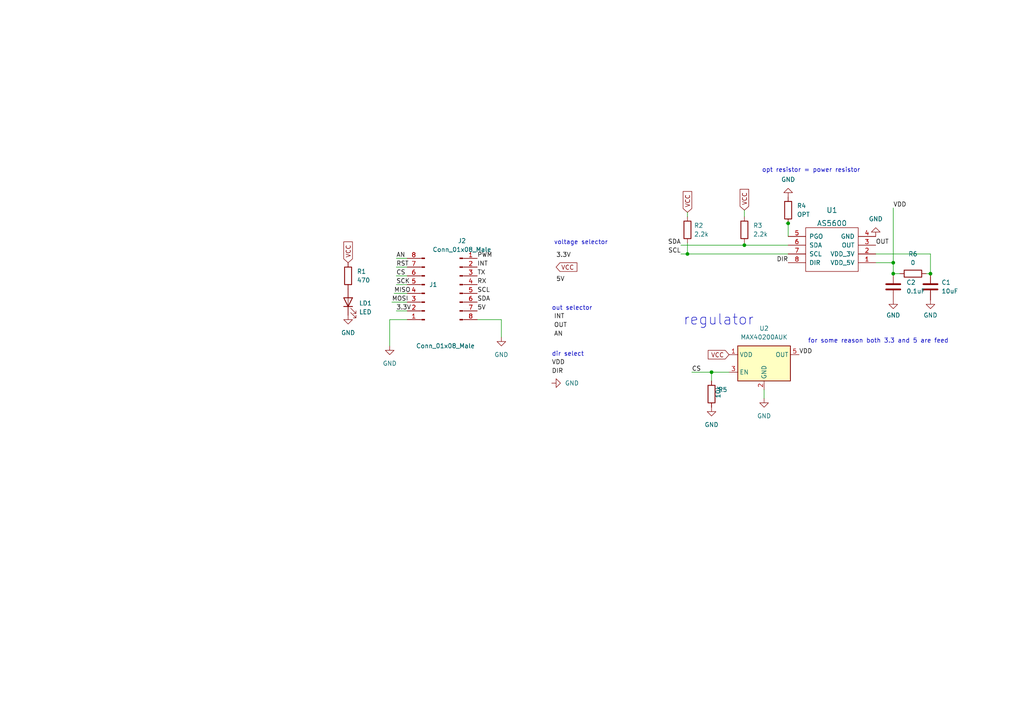
<source format=kicad_sch>
(kicad_sch (version 20211123) (generator eeschema)
  (paper "A4")
  (title_block (date "2023-05-08") (rev "v01"))
  (lib_symbols
    (symbol "AS5600:AS5600" (pin_names (offset 1.016))
      (property "Reference" "U" (at -1.27 7.62 0))
      (property "Value" "AS5600" (at 3.81 -7.62 0))
      (symbol "AS5600_0_1"
        (polyline (pts (xy -3.81 6.35) (xy -3.81 -6.35) (xy 11.43 -6.35) (xy 11.43 6.35) (xy -3.81 6.35)))
      )
      (symbol "AS5600_1_1"
        (pin input line (at -8.89 3.81 0) (length 5.08) (name "VDD_5V") (number "1"))
        (pin input line (at -8.89 1.27 0) (length 5.08) (name "VDD_3V") (number "2"))
        (pin input line (at -8.89 -1.27 0) (length 5.08) (name "OUT") (number "3"))
        (pin input line (at -8.89 -3.81 0) (length 5.08) (name "GND") (number "4"))
        (pin input line (at 16.51 -3.81 180) (length 5.08) (name "PGO") (number "5"))
        (pin input line (at 16.51 -1.27 180) (length 5.08) (name "SDA") (number "6"))
        (pin input line (at 16.51 1.27 180) (length 5.08) (name "SCL") (number "7"))
        (pin input line (at 16.51 3.81 180) (length 5.08) (name "DIR") (number "8"))
      )
    )
    (symbol "Analog_Switch:MAX40200AUK"
      (property "Reference" "U" (at -6.35 6.35 0))
      (property "Value" "MAX40200AUK" (at 7.62 6.35 0))
      (symbol "MAX40200AUK_1_1"
        (rectangle (start -7.62 -5.08) (end 7.62 5.08) (stroke (width 0.254)) (fill (type background)))
        (pin power_in line (at -10.16 2.54 0) (length 2.54) (name "VDD") (number "1"))
        (pin power_in line (at 0 -7.62 90) (length 2.54) (name "GND") (number "2"))
        (pin input line (at -10.16 -2.54 0) (length 2.54) (name "EN") (number "3"))
        (pin no_connect line (at 7.62 -2.54 180) (length 2.54) hide (name "NC") (number "4"))
        (pin passive line (at 10.16 2.54 180) (length 2.54) (name "OUT") (number "5"))
      )
    )
    (symbol "Connector:Conn_01x08_Male" (pin_names (offset 1.016) hide)
      (property "Reference" "J" (at 0 10.16 0))
      (property "Value" "Conn_01x08_Male" (at 0 -12.7 0))
      (symbol "Conn_01x08_Male_1_1"
        (polyline (pts (xy 1.27 -10.16) (xy 0.8636 -10.16)) (stroke (width 0.1524)))
        (polyline (pts (xy 1.27 -7.62) (xy 0.8636 -7.62)) (stroke (width 0.1524)))
        (polyline (pts (xy 1.27 -5.08) (xy 0.8636 -5.08)) (stroke (width 0.1524)))
        (polyline (pts (xy 1.27 -2.54) (xy 0.8636 -2.54)) (stroke (width 0.1524)))
        (polyline (pts (xy 1.27 0) (xy 0.8636 0)) (stroke (width 0.1524)))
        (polyline (pts (xy 1.27 2.54) (xy 0.8636 2.54)) (stroke (width 0.1524)))
        (polyline (pts (xy 1.27 5.08) (xy 0.8636 5.08)) (stroke (width 0.1524)))
        (polyline (pts (xy 1.27 7.62) (xy 0.8636 7.62)) (stroke (width 0.1524)))
        (rectangle (start 0.8636 -10.033) (end 0 -10.287) (stroke (width 0.1524)) (fill (type outline)))
        (rectangle (start 0.8636 -7.493) (end 0 -7.747) (stroke (width 0.1524)) (fill (type outline)))
        (rectangle (start 0.8636 -4.953) (end 0 -5.207) (stroke (width 0.1524)) (fill (type outline)))
        (rectangle (start 0.8636 -2.413) (end 0 -2.667) (stroke (width 0.1524)) (fill (type outline)))
        (rectangle (start 0.8636 0.127) (end 0 -0.127) (stroke (width 0.1524)) (fill (type outline)))
        (rectangle (start 0.8636 2.667) (end 0 2.413) (stroke (width 0.1524)) (fill (type outline)))
        (rectangle (start 0.8636 5.207) (end 0 4.953) (stroke (width 0.1524)) (fill (type outline)))
        (rectangle (start 0.8636 7.747) (end 0 7.493) (stroke (width 0.1524)) (fill (type outline)))
        (pin passive line (at 5.08 7.62 180) (length 3.81) (name "Pin_1") (number "1"))
        (pin passive line (at 5.08 5.08 180) (length 3.81) (name "Pin_2") (number "2"))
        (pin passive line (at 5.08 2.54 180) (length 3.81) (name "Pin_3") (number "3"))
        (pin passive line (at 5.08 0 180) (length 3.81) (name "Pin_4") (number "4"))
        (pin passive line (at 5.08 -2.54 180) (length 3.81) (name "Pin_5") (number "5"))
        (pin passive line (at 5.08 -5.08 180) (length 3.81) (name "Pin_6") (number "6"))
        (pin passive line (at 5.08 -7.62 180) (length 3.81) (name "Pin_7") (number "7"))
        (pin passive line (at 5.08 -10.16 180) (length 3.81) (name "Pin_8") (number "8"))
      )
    )
    (symbol "Device:C" (pin_numbers hide) (pin_names (offset 0.254))
      (property "Reference" "C" (at 0.635 2.54 0))
      (property "Value" "C" (at 0.635 -2.54 0))
      (symbol "C_0_1"
        (polyline (pts (xy -2.032 -0.762) (xy 2.032 -0.762)) (stroke (width 0.508)))
        (polyline (pts (xy -2.032 0.762) (xy 2.032 0.762)) (stroke (width 0.508)))
      )
      (symbol "C_1_1"
        (pin passive line (at 0 3.81 270) (length 2.794) (name "~") (number "1"))
        (pin passive line (at 0 -3.81 90) (length 2.794) (name "~") (number "2"))
      )
    )
    (symbol "Device:LED" (pin_numbers hide) (pin_names (offset 1.016) hide)
      (property "Reference" "D" (at 0 2.54 0))
      (property "Value" "LED" (at 0 -2.54 0))
      (symbol "LED_0_1"
        (polyline (pts (xy -1.27 -1.27) (xy -1.27 1.27)) (stroke (width 0.254)))
        (polyline (pts (xy -1.27 0) (xy 1.27 0)))
        (polyline (pts (xy 1.27 -1.27) (xy 1.27 1.27) (xy -1.27 0) (xy 1.27 -1.27)) (stroke (width 0.254)))
        (polyline (pts (xy -3.048 -0.762) (xy -4.572 -2.286) (xy -3.81 -2.286) (xy -4.572 -2.286) (xy -4.572 -1.524)))
        (polyline (pts (xy -1.778 -0.762) (xy -3.302 -2.286) (xy -2.54 -2.286) (xy -3.302 -2.286) (xy -3.302 -1.524)))
      )
      (symbol "LED_1_1"
        (pin passive line (at -3.81 0 0) (length 2.54) (name "K") (number "1"))
        (pin passive line (at 3.81 0 180) (length 2.54) (name "A") (number "2"))
      )
    )
    (symbol "Device:R" (pin_numbers hide) (pin_names (offset 0))
      (property "Reference" "R" (at 2.032 0 90))
      (property "Value" "R" (at 0 0 90))
      (symbol "R_0_1"
        (rectangle (start -1.016 -2.54) (end 1.016 2.54) (stroke (width 0.254)))
      )
      (symbol "R_1_1"
        (pin passive line (at 0 3.81 270) (length 1.27) (name "~") (number "1"))
        (pin passive line (at 0 -3.81 90) (length 1.27) (name "~") (number "2"))
      )
    )
    (symbol "power:GND" (power) (pin_names (offset 0))
      (property "Value" "GND" (at 0 -3.81 0))
      (symbol "GND_0_1"
        (polyline (pts (xy 0 0) (xy 0 -1.27) (xy 1.27 -1.27) (xy 0 -2.54) (xy -1.27 -1.27) (xy 0 -1.27)))
      )
      (symbol "GND_1_1"
        (pin power_in line (at 0 0 270) (length 0) hide (name "GND") (number "1"))
      )
    )
  )
  (junction (at 206.375 107.95))
  (junction (at 259.08 79.375))
  (junction (at 215.9 71.12))
  (junction (at 228.6 64.77))
  (junction (at 199.39 73.66))
  (junction (at 259.08 76.2))
  (junction (at 269.875 79.375))
  (wire (pts (xy 215.9 60.96) (xy 215.9 62.865)))
  (wire (pts (xy 215.9 71.12) (xy 228.6 71.12)))
  (wire (pts (xy 269.875 79.375) (xy 269.875 73.66)))
  (wire (pts (xy 114.935 82.55) (xy 118.11 82.55)))
  (wire (pts (xy 114.935 90.17) (xy 118.11 90.17)))
  (wire (pts (xy 254 73.66) (xy 269.875 73.66)))
  (wire (pts (xy 199.39 73.66) (xy 228.6 73.66)))
  (wire (pts (xy 254 76.2) (xy 259.08 76.2)))
  (wire (pts (xy 197.485 71.12) (xy 215.9 71.12)))
  (wire (pts (xy 221.615 113.03) (xy 221.615 115.57)))
  (wire (pts (xy 228.6 64.77) (xy 228.6 68.58)))
  (wire (pts (xy 259.08 60.325) (xy 259.08 76.2)))
  (wire (pts (xy 145.415 92.71) (xy 145.415 97.79)))
  (wire (pts (xy 259.08 79.375) (xy 260.985 79.375)))
  (wire (pts (xy 206.375 107.95) (xy 211.455 107.95)))
  (wire (pts (xy 227.965 64.77) (xy 228.6 64.77)))
  (wire (pts (xy 113.03 92.71) (xy 113.03 100.33)))
  (wire (pts (xy 114.935 77.47) (xy 118.11 77.47)))
  (wire (pts (xy 215.9 70.485) (xy 215.9 71.12)))
  (wire (pts (xy 200.66 107.95) (xy 206.375 107.95)))
  (wire (pts (xy 206.375 107.95) (xy 206.375 110.49)))
  (wire (pts (xy 114.935 80.01) (xy 118.11 80.01)))
  (wire (pts (xy 114.935 74.93) (xy 118.11 74.93)))
  (wire (pts (xy 138.43 92.71) (xy 145.415 92.71)))
  (wire (pts (xy 268.605 79.375) (xy 269.875 79.375)))
  (wire (pts (xy 197.485 73.66) (xy 199.39 73.66)))
  (wire (pts (xy 259.08 76.2) (xy 259.08 79.375)))
  (wire (pts (xy 113.665 87.63) (xy 118.11 87.63)))
  (wire (pts (xy 199.39 61.595) (xy 199.39 62.865)))
  (wire (pts (xy 199.39 70.485) (xy 199.39 73.66)))
  (wire (pts (xy 118.11 92.71) (xy 113.03 92.71)))
  (wire (pts (xy 114.3 85.09) (xy 118.11 85.09)))
  (text "dir select" (at 160.02 103.505 0) (effects (font (size 1.27 1.27)) (justify left bottom)))
  (text "regulator" (at 198.12 94.615 0) (effects (font (size 3 3)) (justify left bottom)))
  (text "voltage selector" (at 160.655 71.12 0) (effects (font (size 1.27 1.27)) (justify left bottom)))
  (text "out selector" (at 160.02 90.17 0) (effects (font (size 1.27 1.27)) (justify left bottom)))
  (text "opt resistor = power resistor" (at 220.98 50.165 0) (effects (font (size 1.27 1.27)) (justify left bottom)))
  (text "for some reason both 3.3 and 5 are feed" (at 234.315 99.695 0) (effects (font (size 1.27 1.27)) (justify left bottom)))
  (label "DIR" (at 160.02 108.585 0))
  (label "DIR" (at 228.6 76.2 180))
  (label "SCK" (at 114.935 82.55 0))
  (label "SDA" (at 138.43 87.63 0))
  (label "SCL" (at 138.43 85.09 0))
  (label "OUT" (at 160.655 95.25 0))
  (label "VDD" (at 160.02 106.045 0))
  (label "5V" (at 138.43 90.17 0))
  (label "3.3V" (at 161.29 74.93 0))
  (label "PWM" (at 138.43 74.93 0))
  (label "CS" (at 114.935 80.01 0))
  (label "INT" (at 160.655 92.71 0))
  (label "RST" (at 114.935 77.47 0))
  (label "3.3V" (at 114.935 90.17 0))
  (label "OUT" (at 254 71.12 0))
  (label "RX" (at 138.43 82.55 0))
  (label "VDD" (at 231.775 102.87 0))
  (label "TX" (at 138.43 80.01 0))
  (label "5V" (at 161.29 81.915 0))
  (label "INT" (at 138.43 77.47 0))
  (label "CS" (at 200.66 107.95 0))
  (label "VDD" (at 259.08 60.325 0))
  (label "AN" (at 160.655 97.79 0))
  (label "MISO" (at 114.3 85.09 0))
  (label "SCL" (at 197.485 73.66 180))
  (label "SDA" (at 197.485 71.12 180))
  (label "MOSI" (at 113.665 87.63 0))
  (label "AN" (at 114.935 74.93 0))
  (global_label "VCC" (shape input) (at 161.29 77.47 0) (property "Intersheet References" "${INTERSHEET_REFS}" (effects hide)))
  (global_label "VCC" (shape input) (at 215.9 60.96 90) (property "Intersheet References" "${INTERSHEET_REFS}" (effects hide)))
  (global_label "VCC" (shape input) (at 199.39 61.595 90) (property "Intersheet References" "${INTERSHEET_REFS}" (effects hide)))
  (global_label "VCC" (shape input) (at 211.455 102.87 180) (property "Intersheet References" "${INTERSHEET_REFS}" (effects hide)))
  (global_label "VCC" (shape input) (at 100.965 76.2 90) (property "Intersheet References" "${INTERSHEET_REFS}" (effects hide)))
  (symbol (lib_id "AS5600:AS5600") (at 245.11 72.39 180) (unit 1)
    (property "Reference" "U1" (at 241.3 60.96 0) (effects (font (size 1.524 1.524))))
    (property "Value" "AS5600" (at 241.3 64.77 0) (effects (font (size 1.524 1.524))))
    (property "Footprint" "AS5600:AS5600L-ASOM_AMS" (effects hide))
  )
  (symbol (lib_id "Device:R") (at 206.375 114.3 0) (unit 1)
    (property "Reference" "R5" (at 208.28 113.0299 0) (effects (justify left)))
    (property "Value" "10k" (at 208.28 115.5699 90) (effects (justify left)))
    (property "Footprint" "Resistor_THT:R_Array_SIP4" (effects hide))
  )
  (symbol (lib_id "power:GND") (at 160.02 111.125 90) (unit 1)
    (property "Reference" "#PWR0105" (effects hide))
    (property "Value" "GND" (at 163.83 111.1249 90) (effects (justify right)))
  )
  (symbol (lib_id "power:GND") (at 269.875 86.995 0) (unit 1)
    (property "Reference" "#PWR0110" (effects hide))
    (property "Value" "GND" (at 269.875 91.44 0))
  )
  (symbol (lib_id "Device:R") (at 264.795 79.375 90) (unit 1)
    (property "Reference" "R6" (at 264.795 73.66 90))
    (property "Value" "0" (at 264.795 76.2 90))
    (property "Footprint" "Resistor_THT:R_Axial_DIN0204_L3.6mm_D1.6mm_P1.90mm_Vertical" (effects hide))
  )
  (symbol (lib_id "Device:R") (at 228.6 60.96 0) (unit 1)
    (property "Reference" "R4" (at 231.14 59.6899 0) (effects (justify left)))
    (property "Value" "OPT" (at 231.14 62.23 0) (effects (justify left)))
    (property "Footprint" "Resistor_THT:R_Axial_DIN0207_L6.3mm_D2.5mm_P2.54mm_Vertical" (effects hide))
  )
  (symbol (lib_id "power:GND") (at 254 68.58 180) (unit 1)
    (property "Reference" "#PWR0106" (effects hide))
    (property "Value" "GND" (at 254 63.5 0))
  )
  (symbol (lib_id "Device:LED") (at 100.965 87.63 90) (unit 1)
    (property "Reference" "LD1" (at 104.14 87.9474 90) (effects (justify right)))
    (property "Value" "LED" (at 104.14 90.4874 90) (effects (justify right)))
    (property "Footprint" "LED_SMD:LED-APA102-2020" (effects hide))
  )
  (symbol (lib_id "power:GND") (at 221.615 115.57 0) (unit 1)
    (property "Reference" "#PWR0108" (effects hide))
    (property "Value" "GND" (at 221.615 120.65 0))
  )
  (symbol (lib_id "Device:R") (at 215.9 66.675 0) (unit 1)
    (property "Reference" "R3" (at 218.44 65.4049 0) (effects (justify left)))
    (property "Value" "2.2k" (at 218.44 67.9449 0) (effects (justify left)))
    (property "Footprint" "Resistor_THT:R_Axial_DIN0204_L3.6mm_D1.6mm_P1.90mm_Vertical" (effects hide))
  )
  (symbol (lib_id "power:GND") (at 206.375 118.11 0) (unit 1)
    (property "Reference" "#PWR0109" (effects hide))
    (property "Value" "GND" (at 206.375 123.19 0))
  )
  (symbol (lib_id "power:GND") (at 113.03 100.33 0) (unit 1)
    (property "Reference" "#PWR0104" (effects hide))
    (property "Value" "GND" (at 113.03 105.41 0))
  )
  (symbol (lib_id "power:GND") (at 228.6 57.15 180) (unit 1)
    (property "Reference" "#PWR0107" (effects hide))
    (property "Value" "GND" (at 228.6 52.07 0))
  )
  (symbol (lib_id "Connector:Conn_01x08_Male") (at 123.19 85.09 180) (unit 1)
    (property "Reference" "J1" (at 124.46 82.5499 0) (effects (justify right)))
    (property "Value" "Conn_01x08_Male" (at 120.65 100.33 0) (effects (justify right)))
    (property "Footprint" "Connector_PinHeader_2.54mm:PinHeader_1x08_P2.54mm_Vertical" (effects hide))
  )
  (symbol (lib_id "Device:R") (at 199.39 66.675 0) (unit 1)
    (property "Reference" "R2" (at 201.295 65.4049 0) (effects (justify left)))
    (property "Value" "2.2k" (at 201.295 67.9449 0) (effects (justify left)))
    (property "Footprint" "Resistor_THT:R_Axial_DIN0204_L3.6mm_D1.6mm_P1.90mm_Vertical" (effects hide))
  )
  (symbol (lib_id "Device:C") (at 259.08 83.185 0) (unit 1)
    (property "Reference" "C2" (at 262.89 81.9149 0) (effects (justify left)))
    (property "Value" "0.1uF" (at 262.89 84.4549 0) (effects (justify left)))
    (property "Footprint" "Capacitor_SMD:CP_Elec_6.3x3" (effects hide))
  )
  (symbol (lib_id "Device:R") (at 100.965 80.01 0) (unit 1)
    (property "Reference" "R1" (at 103.505 78.7399 0) (effects (justify left)))
    (property "Value" "470" (at 103.505 81.2799 0) (effects (justify left)))
    (property "Footprint" "Resistor_THT:R_Axial_DIN0207_L6.3mm_D2.5mm_P2.54mm_Vertical" (effects hide))
  )
  (symbol (lib_id "Analog_Switch:MAX40200AUK") (at 221.615 105.41 0) (unit 1)
    (property "Reference" "U2" (at 221.615 95.25 0))
    (property "Value" "MAX40200AUK" (at 221.615 97.79 0))
    (property "Footprint" "Package_TO_SOT_SMD:SOT-23-5" (effects hide))
    (property "Datasheet" "https://datasheets.maximintegrated.com/en/ds/MAX40200.pdf" (effects hide))
  )
  (symbol (lib_id "Device:C") (at 269.875 83.185 0) (unit 1)
    (property "Reference" "C1" (at 273.05 81.9149 0) (effects (justify left)))
    (property "Value" "10uF" (at 273.05 84.4549 0) (effects (justify left)))
    (property "Footprint" "Capacitor_SMD:CP_Elec_6.3x3" (effects hide))
  )
  (symbol (lib_id "power:GND") (at 145.415 97.79 0) (unit 1)
    (property "Reference" "#PWR0103" (effects hide))
    (property "Value" "GND" (at 145.415 102.87 0))
  )
  (symbol (lib_id "power:GND") (at 259.08 86.995 0) (unit 1)
    (property "Reference" "#PWR0111" (effects hide))
    (property "Value" "GND" (at 259.08 91.44 0))
  )
  (symbol (lib_id "Connector:Conn_01x08_Male") (at 133.35 82.55 0) (unit 1)
    (property "Reference" "J2" (at 133.985 69.85 0))
    (property "Value" "Conn_01x08_Male" (at 133.985 72.39 0))
    (property "Footprint" "Connector_PinHeader_2.54mm:PinHeader_1x08_P2.54mm_Vertical" (effects hide))
  )
  (symbol (lib_id "power:GND") (at 100.965 91.44 0) (unit 1)
    (property "Reference" "#PWR0101" (effects hide))
    (property "Value" "GND" (at 100.965 96.52 0))
  )
)
</source>
